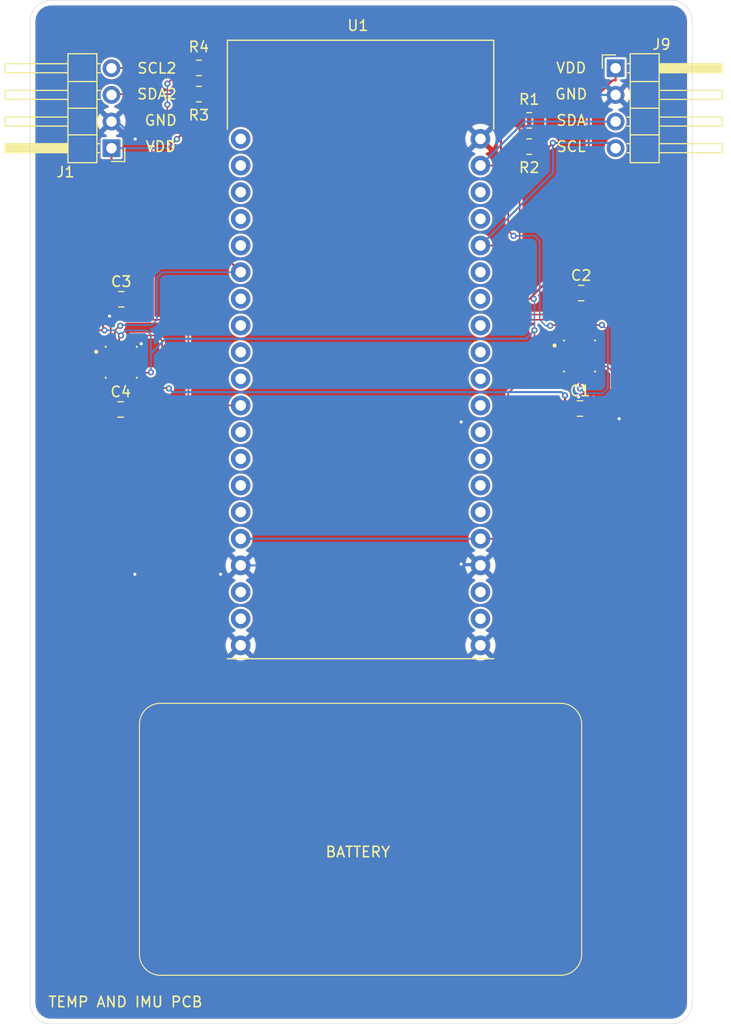
<source format=kicad_pcb>
(kicad_pcb (version 20241229) (generator "pcbnew") (generator_version "9.0")
  (layers (0 "F.Cu" signal) (2 "B.Cu" signal) (13 "F.Paste" user) (15 "B.Paste" user) (5 "F.SilkS" user "F.Silkscreen") (7 "B.SilkS" user "B.Silkscreen") (1 "F.Mask" user) (3 "B.Mask" user) (25 "Edge.Cuts" user))
  (net 0 "")
  (net 1 "SCL")
  (net 2 "GND")
  (net 3 "VDDIO")
  (net 4 "Net-(U6-REGOUT)")
  (net 5 "SDA2")
  (net 6 "SCL2")
  (net 7 "Net-(U2-REGOUT)")
  (net 14 "SDA")
  (net 18 "VBAT")
  (net 19 "VBAT_1")
  (net 23 "VUSB")
  (net 28 "VUSB_1")
  (footprint "Resistor_SMD:R_0805_2012Metric" (layer "F.Cu") (at 128 57.5 180)
    (property "Reference" "R4" (at 0 2 0) (layer "F.SilkS"))
    (property "Value" "4.7 K")
    (fp_line (start -0.227064 0.735) (end 0.227064 0.735) (stroke (width 0.12)) (layer "F.SilkS"))
    (fp_line (start -0.227064 -0.735) (end 0.227064 -0.735) (stroke (width 0.12)) (layer "F.SilkS"))
    (pad "1" smd roundrect (at -0.9125 0 180) (size 1.025 1.4) (layers "F.Cu" "F.Mask" "F.Paste") (roundrect_rratio 0.243902) (net 3 "VDDIO"))
    (pad "2" smd roundrect (at 0.9125 0 180) (size 1.025 1.4) (layers "F.Cu" "F.Mask" "F.Paste") (roundrect_rratio 0.243902) (net 6 "SCL2"))
  )
  (footprint "Capacitor_SMD:C_0805_2012Metric" (layer "F.Cu") (at 120.6 79.545)
    (property "Reference" "C3" (at 0 -1.68 0) (layer "F.SilkS"))
    (property "Value" "0.1 uF")
    (fp_line (start -0.261252 -0.735) (end 0.261252 -0.735) (stroke (width 0.12)) (layer "F.SilkS"))
    (fp_line (start -0.261252 0.735) (end 0.261252 0.735) (stroke (width 0.12)) (layer "F.SilkS"))
    (pad "1" smd roundrect (at -0.95 0) (size 1 1.45) (layers "F.Cu" "F.Mask" "F.Paste") (net 3 "VDDIO"))
    (pad "2" smd roundrect (at 0.95 0) (size 1 1.45) (layers "F.Cu" "F.Mask" "F.Paste") (net 2 "GND"))
  )
  (footprint "DEV-13907-3:MODULE_DEV-13907" (layer "F.Cu") (at 143.418 84.329)
    (property "Reference" "U1" (at -0.254 -30.861 0) (layer "F.SilkS"))
    (property "Value" "DEV-13907")
    (fp_line (start -12.7 -29.464) (end 12.7 -29.464) (stroke (width 0.127)) (layer "F.SilkS"))
    (fp_line (start -12.7 -20.986) (end -12.7 -29.464) (stroke (width 0.127)) (layer "F.SilkS"))
    (fp_line (start -12.7 29.464) (end 12.7 29.464) (stroke (width 0.127)) (layer "F.SilkS"))
    (fp_line (start 12.7 -29.464) (end 12.7 -20.986) (stroke (width 0.127)) (layer "F.SilkS"))
    (pad "J1_1" thru_hole circle (at -11.43 28.194) (size 1.8796 1.8796) (drill 1.016) (layers "*.Cu" "*.Mask") (net 2 "GND"))
    (pad "J1_2" thru_hole circle (at -11.43 25.654) (size 1.8796 1.8796) (drill 1.016) (layers "*.Cu" "*.Mask") (net 28 "VUSB_1"))
    (pad "J1_3" thru_hole circle (at -11.43 23.114) (size 1.8796 1.8796) (drill 1.016) (layers "*.Cu" "*.Mask") (net 18 "VBAT"))
    (pad "J1_4" thru_hole circle (at -11.43 20.574) (size 1.8796 1.8796) (drill 1.016) (layers "*.Cu" "*.Mask") (net 2 "GND"))
    (pad "J1_5" thru_hole circle (at -11.43 18.034) (size 1.8796 1.8796) (drill 1.016) (layers "*.Cu" "*.Mask") (net 3 "VDDIO"))
    (pad "J1_6" thru_hole circle (at -11.43 15.494) (size 1.8796 1.8796) (drill 1.016) (layers "*.Cu" "*.Mask"))
    (pad "J1_7" thru_hole circle (at -11.43 12.954) (size 1.8796 1.8796) (drill 1.016) (layers "*.Cu" "*.Mask"))
    (pad "J1_8" thru_hole circle (at -11.43 10.414) (size 1.8796 1.8796) (drill 1.016) (layers "*.Cu" "*.Mask"))
    (pad "J1_9" thru_hole circle (at -11.43 7.874) (size 1.8796 1.8796) (drill 1.016) (layers "*.Cu" "*.Mask"))
    (pad "J1_10" thru_hole circle (at -11.43 5.334) (size 1.8796 1.8796) (drill 1.016) (layers "*.Cu" "*.Mask") (net 5 "SDA2"))
    (pad "J1_11" thru_hole circle (at -11.43 2.794) (size 1.8796 1.8796) (drill 1.016) (layers "*.Cu" "*.Mask"))
    (pad "J1_12" thru_hole circle (at -11.43 0.254) (size 1.8796 1.8796) (drill 1.016) (layers "*.Cu" "*.Mask"))
    (pad "J1_13" thru_hole circle (at -11.43 -2.286) (size 1.8796 1.8796) (drill 1.016) (layers "*.Cu" "*.Mask"))
    (pad "J1_14" thru_hole circle (at -11.43 -4.826) (size 1.8796 1.8796) (drill 1.016) (layers "*.Cu" "*.Mask"))
    (pad "J1_15" thru_hole circle (at -11.43 -7.366) (size 1.8796 1.8796) (drill 1.016) (layers "*.Cu" "*.Mask") (net 6 "SCL2"))
    (pad "J1_16" thru_hole circle (at -11.43 -9.906) (size 1.8796 1.8796) (drill 1.016) (layers "*.Cu" "*.Mask"))
    (pad "J1_17" thru_hole circle (at -11.43 -12.446) (size 1.8796 1.8796) (drill 1.016) (layers "*.Cu" "*.Mask"))
    (pad "J1_18" thru_hole circle (at -11.43 -14.986) (size 1.8796 1.8796) (drill 1.016) (layers "*.Cu" "*.Mask"))
    (pad "J1_19" thru_hole circle (at -11.43 -17.526) (size 1.8796 1.8796) (drill 1.016) (layers "*.Cu" "*.Mask"))
    (pad "J1_20" thru_hole circle (at -11.43 -20.066) (size 1.8796 1.8796) (drill 1.016) (layers "*.Cu" "*.Mask"))
    (pad "J2_1" thru_hole circle (at 11.43 28.194) (size 1.8796 1.8796) (drill 1.016) (layers "*.Cu" "*.Mask") (net 2 "GND"))
    (pad "J2_2" thru_hole circle (at 11.43 25.654) (size 1.8796 1.8796) (drill 1.016) (layers "*.Cu" "*.Mask") (net 23 "VUSB"))
    (pad "J2_3" thru_hole circle (at 11.43 23.114) (size 1.8796 1.8796) (drill 1.016) (layers "*.Cu" "*.Mask") (net 19 "VBAT_1"))
    (pad "J2_4" thru_hole circle (at 11.43 20.574) (size 1.8796 1.8796) (drill 1.016) (layers "*.Cu" "*.Mask") (net 2 "GND"))
    (pad "J2_5" thru_hole circle (at 11.43 18.034) (size 1.8796 1.8796) (drill 1.016) (layers "*.Cu" "*.Mask") (net 3 "VDDIO"))
    (pad "J2_6" thru_hole circle (at 11.43 15.494) (size 1.8796 1.8796) (drill 1.016) (layers "*.Cu" "*.Mask"))
    (pad "J2_7" thru_hole circle (at 11.43 12.954) (size 1.8796 1.8796) (drill 1.016) (layers "*.Cu" "*.Mask"))
    (pad "J2_8" thru_hole circle (at 11.43 10.414) (size 1.8796 1.8796) (drill 1.016) (layers "*.Cu" "*.Mask"))
    (pad "J2_9" thru_hole circle (at 11.43 7.874) (size 1.8796 1.8796) (drill 1.016) (layers "*.Cu" "*.Mask"))
    (pad "J2_10" thru_hole circle (at 11.43 5.334) (size 1.8796 1.8796) (drill 1.016) (layers "*.Cu" "*.Mask"))
    (pad "J2_11" thru_hole circle (at 11.43 2.794) (size 1.8796 1.8796) (drill 1.016) (layers "*.Cu" "*.Mask"))
    (pad "J2_12" thru_hole circle (at 11.43 0.254) (size 1.8796 1.8796) (drill 1.016) (layers "*.Cu" "*.Mask"))
    (pad "J2_13" thru_hole circle (at 11.43 -2.286) (size 1.8796 1.8796) (drill 1.016) (layers "*.Cu" "*.Mask"))
    (pad "J2_14" thru_hole circle (at 11.43 -4.826) (size 1.8796 1.8796) (drill 1.016) (layers "*.Cu" "*.Mask"))
    (pad "J2_15" thru_hole circle (at 11.43 -7.366) (size 1.8796 1.8796) (drill 1.016) (layers "*.Cu" "*.Mask"))
    (pad "J2_16" thru_hole circle (at 11.43 -9.906) (size 1.8796 1.8796) (drill 1.016) (layers "*.Cu" "*.Mask") (net 1 "SCL"))
    (pad "J2_17" thru_hole circle (at 11.43 -12.446) (size 1.8796 1.8796) (drill 1.016) (layers "*.Cu" "*.Mask"))
    (pad "J2_18" thru_hole circle (at 11.43 -14.986) (size 1.8796 1.8796) (drill 1.016) (layers "*.Cu" "*.Mask"))
    (pad "J2_19" thru_hole circle (at 11.43 -17.526) (size 1.8796 1.8796) (drill 1.016) (layers "*.Cu" "*.Mask") (net 14 "SDA"))
    (pad "J2_20" thru_hole circle (at 11.43 -20.066) (size 1.8796 1.8796) (drill 1.016) (layers "*.Cu" "*.Mask") (net 2 "GND"))
  )
  (footprint "Resistor_SMD:R_0805_2012Metric" (layer "F.Cu") (at 159.5 62.5)
    (property "Reference" "R2" (at 0 4.5 0) (layer "F.SilkS"))
    (property "Value" "4.7 K")
    (fp_line (start -0.227064 -0.735) (end 0.227064 -0.735) (stroke (width 0.12)) (layer "F.SilkS"))
    (fp_line (start -0.227064 0.735) (end 0.227064 0.735) (stroke (width 0.12)) (layer "F.SilkS"))
    (pad "1" smd roundrect (at -0.9125 0) (size 1.025 1.4) (layers "F.Cu" "F.Mask" "F.Paste") (roundrect_rratio 0.243902) (net 3 "VDDIO"))
    (pad "2" smd roundrect (at 0.9125 0) (size 1.025 1.4) (layers "F.Cu" "F.Mask" "F.Paste") (roundrect_rratio 0.243902) (net 14 "SDA"))
  )
  (footprint "MPU-6500:MPU6500" (layer "F.Cu") (at 120.6 85.545)
    (property "Reference" "U6" (hide yes))
    (property "Value" "MPU-6500")
    (fp_line (start -1.5 -1.5) (end -1.5 -1.43) (stroke (width 0.127)) (layer "F.SilkS"))
    (fp_line (start -1.5 -1.5) (end -1.43 -1.5) (stroke (width 0.127)) (layer "F.SilkS"))
    (fp_line (start -1.5 1.5) (end -1.5 1.43) (stroke (width 0.127)) (layer "F.SilkS"))
    (fp_line (start -1.5 1.5) (end -1.43 1.5) (stroke (width 0.127)) (layer "F.SilkS"))
    (fp_line (start 1.5 -1.5) (end 1.43 -1.5) (stroke (width 0.127)) (layer "F.SilkS"))
    (fp_line (start 1.5 -1.5) (end 1.5 -1.43) (stroke (width 0.127)) (layer "F.SilkS"))
    (fp_line (start 1.5 1.5) (end 1.43 1.5) (stroke (width 0.127)) (layer "F.SilkS"))
    (fp_line (start 1.5 1.5) (end 1.5 1.43) (stroke (width 0.127)) (layer "F.SilkS"))
    (fp_circle (center -2.385 -1) (end -2.285 -1) (stroke (width 0.2)) (fill no) (layer "F.SilkS"))
    (pad "1" smd roundrect (at -1.545 -1) (size 0.64 0.22) (layers "F.Cu" "F.Mask" "F.Paste") (roundrect_rratio 0.125))
    (pad "2" smd roundrect (at -1.545 -0.6) (size 0.64 0.22) (layers "F.Cu" "F.Mask" "F.Paste") (roundrect_rratio 0.125))
    (pad "3" smd roundrect (at -1.545 -0.2) (size 0.64 0.22) (layers "F.Cu" "F.Mask" "F.Paste") (roundrect_rratio 0.125))
    (pad "4" smd roundrect (at -1.545 0.2) (size 0.64 0.22) (layers "F.Cu" "F.Mask" "F.Paste") (roundrect_rratio 0.125))
    (pad "5" smd roundrect (at -1.545 0.6) (size 0.64 0.22) (layers "F.Cu" "F.Mask" "F.Paste") (roundrect_rratio 0.125))
    (pad "6" smd roundrect (at -1.545 1) (size 0.64 0.22) (layers "F.Cu" "F.Mask" "F.Paste") (roundrect_rratio 0.125))
    (pad "7" smd roundrect (at -1 1.545) (size 0.22 0.64) (layers "F.Cu" "F.Mask" "F.Paste") (roundrect_rratio 0.125))
    (pad "8" smd roundrect (at -0.6 1.545) (size 0.22 0.64) (layers "F.Cu" "F.Mask" "F.Paste") (roundrect_rratio 0.125) (net 3 "VDDIO"))
    (pad "9" smd roundrect (at -0.2 1.545) (size 0.22 0.64) (layers "F.Cu" "F.Mask" "F.Paste") (roundrect_rratio 0.125) (net 2 "GND"))
    (pad "10" smd roundrect (at 0.2 1.545) (size 0.22 0.64) (layers "F.Cu" "F.Mask" "F.Paste") (roundrect_rratio 0.125) (net 4 "Net-(U6-REGOUT)"))
    (pad "11" smd roundrect (at 0.6 1.545) (size 0.22 0.64) (layers "F.Cu" "F.Mask" "F.Paste") (roundrect_rratio 0.125) (net 2 "GND"))
    (pad "12" smd roundrect (at 1 1.545) (size 0.22 0.64) (layers "F.Cu" "F.Mask" "F.Paste") (roundrect_rratio 0.125))
    (pad "13" smd roundrect (at 1.545 1) (size 0.64 0.22) (layers "F.Cu" "F.Mask" "F.Paste") (roundrect_rratio 0.125) (net 3 "VDDIO"))
    (pad "14" smd roundrect (at 1.545 0.6) (size 0.64 0.22) (layers "F.Cu" "F.Mask" "F.Paste") (roundrect_rratio 0.125))
    (pad "15" smd roundrect (at 1.545 0.2) (size 0.64 0.22) (layers "F.Cu" "F.Mask" "F.Paste") (roundrect_rratio 0.125))
    (pad "16" smd roundrect (at 1.545 -0.2) (size 0.64 0.22) (layers "F.Cu" "F.Mask" "F.Paste") (roundrect_rratio 0.125))
    (pad "17" smd roundrect (at 1.545 -0.6) (size 0.64 0.22) (layers "F.Cu" "F.Mask" "F.Paste") (roundrect_rratio 0.125))
    (pad "18" smd roundrect (at 1.545 -1) (size 0.64 0.22) (layers "F.Cu" "F.Mask" "F.Paste") (roundrect_rratio 0.125) (net 2 "GND"))
    (pad "19" smd roundrect (at 1 -1.545) (size 0.22 0.64) (layers "F.Cu" "F.Mask" "F.Paste") (roundrect_rratio 0.125))
    (pad "20" smd roundrect (at 0.6 -1.545) (size 0.22 0.64) (layers "F.Cu" "F.Mask" "F.Paste") (roundrect_rratio 0.125) (net 4 "Net-(U6-REGOUT)"))
    (pad "21" smd roundrect (at 0.2 -1.545) (size 0.22 0.64) (layers "F.Cu" "F.Mask" "F.Paste") (roundrect_rratio 0.125))
    (pad "22" smd roundrect (at -0.2 -1.545) (size 0.22 0.64) (layers "F.Cu" "F.Mask" "F.Paste") (roundrect_rratio 0.125) (net 3 "VDDIO"))
    (pad "23" smd roundrect (at -0.6 -1.545) (size 0.22 0.64) (layers "F.Cu" "F.Mask" "F.Paste") (roundrect_rratio 0.125) (net 6 "SCL2"))
    (pad "24" smd roundrect (at -1 -1.545) (size 0.22 0.64) (layers "F.Cu" "F.Mask" "F.Paste") (roundrect_rratio 0.125) (net 5 "SDA2"))
    (pad "25" smd rect (at 0 0) (size 1.54 1.7) (layers "F.Cu" "F.Mask") (net 2 "GND"))
  )
  (footprint "MPU-6500:MPU6500" (layer "F.Cu") (at 164.3 84.955)
    (property "Reference" "U2" (hide yes))
    (property "Value" "MPU-6500")
    (fp_line (start -1.5 -1.5) (end -1.5 -1.43) (stroke (width 0.127)) (layer "F.SilkS"))
    (fp_line (start -1.5 -1.5) (end -1.43 -1.5) (stroke (width 0.127)) (layer "F.SilkS"))
    (fp_line (start -1.5 1.5) (end -1.5 1.43) (stroke (width 0.127)) (layer "F.SilkS"))
    (fp_line (start -1.5 1.5) (end -1.43 1.5) (stroke (width 0.127)) (layer "F.SilkS"))
    (fp_line (start 1.5 -1.5) (end 1.43 -1.5) (stroke (width 0.127)) (layer "F.SilkS"))
    (fp_line (start 1.5 -1.5) (end 1.5 -1.43) (stroke (width 0.127)) (layer "F.SilkS"))
    (fp_line (start 1.5 1.5) (end 1.43 1.5) (stroke (width 0.127)) (layer "F.SilkS"))
    (fp_line (start 1.5 1.5) (end 1.5 1.43) (stroke (width 0.127)) (layer "F.SilkS"))
    (fp_circle (center -2.385 -1) (end -2.285 -1) (stroke (width 0.2)) (fill no) (layer "F.SilkS"))
    (pad "1" smd roundrect (at -1.545 -1) (size 0.64 0.22) (layers "F.Cu" "F.Mask" "F.Paste") (roundrect_rratio 0.125))
    (pad "2" smd roundrect (at -1.545 -0.6) (size 0.64 0.22) (layers "F.Cu" "F.Mask" "F.Paste") (roundrect_rratio 0.125))
    (pad "3" smd roundrect (at -1.545 -0.2) (size 0.64 0.22) (layers "F.Cu" "F.Mask" "F.Paste") (roundrect_rratio 0.125))
    (pad "4" smd roundrect (at -1.545 0.2) (size 0.64 0.22) (layers "F.Cu" "F.Mask" "F.Paste") (roundrect_rratio 0.125))
    (pad "5" smd roundrect (at -1.545 0.6) (size 0.64 0.22) (layers "F.Cu" "F.Mask" "F.Paste") (roundrect_rratio 0.125))
    (pad "6" smd roundrect (at -1.545 1) (size 0.64 0.22) (layers "F.Cu" "F.Mask" "F.Paste") (roundrect_rratio 0.125))
    (pad "7" smd roundrect (at -1 1.545) (size 0.22 0.64) (layers "F.Cu" "F.Mask" "F.Paste") (roundrect_rratio 0.125))
    (pad "8" smd roundrect (at -0.6 1.545) (size 0.22 0.64) (layers "F.Cu" "F.Mask" "F.Paste") (roundrect_rratio 0.125) (net 3 "VDDIO"))
    (pad "9" smd roundrect (at -0.2 1.545) (size 0.22 0.64) (layers "F.Cu" "F.Mask" "F.Paste") (roundrect_rratio 0.125) (net 3 "VDDIO"))
    (pad "10" smd roundrect (at 0.2 1.545) (size 0.22 0.64) (layers "F.Cu" "F.Mask" "F.Paste") (roundrect_rratio 0.125) (net 7 "Net-(U2-REGOUT)"))
    (pad "11" smd roundrect (at 0.6 1.545) (size 0.22 0.64) (layers "F.Cu" "F.Mask" "F.Paste") (roundrect_rratio 0.125) (net 2 "GND"))
    (pad "12" smd roundrect (at 1 1.545) (size 0.22 0.64) (layers "F.Cu" "F.Mask" "F.Paste") (roundrect_rratio 0.125))
    (pad "13" smd roundrect (at 1.545 1) (size 0.64 0.22) (layers "F.Cu" "F.Mask" "F.Paste") (roundrect_rratio 0.125) (net 3 "VDDIO"))
    (pad "14" smd roundrect (at 1.545 0.6) (size 0.64 0.22) (layers "F.Cu" "F.Mask" "F.Paste") (roundrect_rratio 0.125))
    (pad "15" smd roundrect (at 1.545 0.2) (size 0.64 0.22) (layers "F.Cu" "F.Mask" "F.Paste") (roundrect_rratio 0.125))
    (pad "16" smd roundrect (at 1.545 -0.2) (size 0.64 0.22) (layers "F.Cu" "F.Mask" "F.Paste") (roundrect_rratio 0.125))
    (pad "17" smd roundrect (at 1.545 -0.6) (size 0.64 0.22) (layers "F.Cu" "F.Mask" "F.Paste") (roundrect_rratio 0.125))
    (pad "18" smd roundrect (at 1.545 -1) (size 0.64 0.22) (layers "F.Cu" "F.Mask" "F.Paste") (roundrect_rratio 0.125) (net 2 "GND"))
    (pad "19" smd roundrect (at 1 -1.545) (size 0.22 0.64) (layers "F.Cu" "F.Mask" "F.Paste") (roundrect_rratio 0.125))
    (pad "20" smd roundrect (at 0.6 -1.545) (size 0.22 0.64) (layers "F.Cu" "F.Mask" "F.Paste") (roundrect_rratio 0.125) (net 7 "Net-(U2-REGOUT)"))
    (pad "21" smd roundrect (at 0.2 -1.545) (size 0.22 0.64) (layers "F.Cu" "F.Mask" "F.Paste") (roundrect_rratio 0.125))
    (pad "22" smd roundrect (at -0.2 -1.545) (size 0.22 0.64) (layers "F.Cu" "F.Mask" "F.Paste") (roundrect_rratio 0.125) (net 3 "VDDIO"))
    (pad "23" smd roundrect (at -0.6 -1.545) (size 0.22 0.64) (layers "F.Cu" "F.Mask" "F.Paste") (roundrect_rratio 0.125) (net 1 "SCL"))
    (pad "24" smd roundrect (at -1 -1.545) (size 0.22 0.64) (layers "F.Cu" "F.Mask" "F.Paste") (roundrect_rratio 0.125) (net 14 "SDA"))
    (pad "25" smd rect (at 0 0) (size 1.54 1.7) (layers "F.Cu" "F.Mask") (net 2 "GND"))
  )
  (footprint "Capacitor_SMD:C_0805_2012Metric" (layer "F.Cu") (at 120.55 90.045)
    (property "Reference" "C4" (at 0 -1.68 0) (layer "F.SilkS"))
    (property "Value" "0.1 uF")
    (fp_line (start -0.261252 -0.735) (end 0.261252 -0.735) (stroke (width 0.12)) (layer "F.SilkS"))
    (fp_line (start -0.261252 0.735) (end 0.261252 0.735) (stroke (width 0.12)) (layer "F.SilkS"))
    (pad "1" smd roundrect (at -0.95 0) (size 1 1.45) (layers "F.Cu" "F.Mask" "F.Paste") (net 3 "VDDIO"))
    (pad "2" smd roundrect (at 0.95 0) (size 1 1.45) (layers "F.Cu" "F.Mask" "F.Paste") (net 2 "GND"))
  )
  (footprint "Capacitor_SMD:C_0805_2012Metric" (layer "F.Cu") (at 164.345 89.955)
    (property "Reference" "C1" (at 0 -1.68 0) (layer "F.SilkS"))
    (property "Value" "0.1 uF")
    (fp_line (start -0.261252 -0.735) (end 0.261252 -0.735) (stroke (width 0.12)) (layer "F.SilkS"))
    (fp_line (start -0.261252 0.735) (end 0.261252 0.735) (stroke (width 0.12)) (layer "F.SilkS"))
    (pad "1" smd roundrect (at -0.95 0) (size 1 1.45) (layers "F.Cu" "F.Mask" "F.Paste") (net 4 "Net-(U6-REGOUT)"))
    (pad "2" smd roundrect (at 0.95 0) (size 1 1.45) (layers "F.Cu" "F.Mask" "F.Paste") (net 2 "GND"))
  )
  (footprint "Resistor_SMD:R_0805_2012Metric" (layer "F.Cu") (at 128 60 180)
    (property "Reference" "R3" (at 0 -2 0) (layer "F.SilkS"))
    (property "Value" "4.7 K")
    (fp_line (start -0.227064 0.735) (end 0.227064 0.735) (stroke (width 0.12)) (layer "F.SilkS"))
    (fp_line (start -0.227064 -0.735) (end 0.227064 -0.735) (stroke (width 0.12)) (layer "F.SilkS"))
    (pad "1" smd roundrect (at -0.9125 0 180) (size 1.025 1.4) (layers "F.Cu" "F.Mask" "F.Paste") (roundrect_rratio 0.243902) (net 3 "VDDIO"))
    (pad "2" smd roundrect (at 0.9125 0 180) (size 1.025 1.4) (layers "F.Cu" "F.Mask" "F.Paste") (roundrect_rratio 0.243902) (net 5 "SDA2"))
  )
  (footprint "Resistor_SMD:R_0805_2012Metric" (layer "F.Cu") (at 159.5 65)
    (property "Reference" "R1" (at 0 -4.5 0) (layer "F.SilkS"))
    (property "Value" "4.7 K")
    (fp_line (start -0.227064 -0.735) (end 0.227064 -0.735) (stroke (width 0.12)) (layer "F.SilkS"))
    (fp_line (start -0.227064 0.735) (end 0.227064 0.735) (stroke (width 0.12)) (layer "F.SilkS"))
    (pad "1" smd roundrect (at -0.9125 0) (size 1.025 1.4) (layers "F.Cu" "F.Mask" "F.Paste") (roundrect_rratio 0.243902) (net 3 "VDDIO"))
    (pad "2" smd roundrect (at 0.9125 0) (size 1.025 1.4) (layers "F.Cu" "F.Mask" "F.Paste") (roundrect_rratio 0.243902) (net 1 "SCL"))
  )
  (footprint "Capacitor_SMD:C_0805_2012Metric" (layer "F.Cu") (at 164.45 78.955)
    (property "Reference" "C2" (at 0 -1.68 0) (layer "F.SilkS"))
    (property "Value" "0.1 uF")
    (fp_line (start -0.261252 -0.735) (end 0.261252 -0.735) (stroke (width 0.12)) (layer "F.SilkS"))
    (fp_line (start -0.261252 0.735) (end 0.261252 0.735) (stroke (width 0.12)) (layer "F.SilkS"))
    (pad "1" smd roundrect (at -0.95 0) (size 1 1.45) (layers "F.Cu" "F.Mask" "F.Paste") (net 7 "Net-(U2-REGOUT)"))
    (pad "2" smd roundrect (at 0.95 0) (size 1 1.45) (layers "F.Cu" "F.Mask" "F.Paste") (net 2 "GND"))
  )
  (footprint "Connector_PinHeader_2.54mm:PinHeader_1x04_P2.54mm_Horizontal" (layer "F.Cu") (at 167.735 57.532)
    (property "Reference" "J9" (at 4.385 -2.27 0) (layer "F.SilkS"))
    (property "Value" "Conn_01x04_Pin")
    (fp_line (start -1.27 -1.27) (end 0 -1.27) (stroke (width 0.12)) (layer "F.SilkS"))
    (fp_line (start -1.27 0) (end -1.27 -1.27) (stroke (width 0.12)) (layer "F.SilkS"))
    (fp_line (start 1.077358 2.11) (end 1.39 2.11) (stroke (width 0.12)) (layer "F.SilkS"))
    (fp_line (start 1.077358 2.97) (end 1.39 2.97) (stroke (width 0.12)) (layer "F.SilkS"))
    (fp_line (start 1.077358 4.65) (end 1.39 4.65) (stroke (width 0.12)) (layer "F.SilkS"))
    (fp_line (start 1.077358 5.51) (end 1.39 5.51) (stroke (width 0.12)) (layer "F.SilkS"))
    (fp_line (start 1.077358 7.19) (end 1.39 7.19) (stroke (width 0.12)) (layer "F.SilkS"))
    (fp_line (start 1.077358 8.05) (end 1.39 8.05) (stroke (width 0.12)) (layer "F.SilkS"))
    (fp_line (start 1.16 -0.43) (end 1.39 -0.43) (stroke (width 0.12)) (layer "F.SilkS"))
    (fp_line (start 1.16 0.43) (end 1.39 0.43) (stroke (width 0.12)) (layer "F.SilkS"))
    (fp_line (start 1.39 -1.38) (end 1.39 9) (stroke (width 0.12)) (layer "F.SilkS"))
    (fp_line (start 1.39 1.27) (end 4.15 1.27) (stroke (width 0.12)) (layer "F.SilkS"))
    (fp_line (start 1.39 3.81) (end 4.15 3.81) (stroke (width 0.12)) (layer "F.SilkS"))
    (fp_line (start 1.39 6.35) (end 4.15 6.35) (stroke (width 0.12)) (layer "F.SilkS"))
    (fp_line (start 1.39 9) (end 4.15 9) (stroke (width 0.12)) (layer "F.SilkS"))
    (fp_line (start 4.15 -1.38) (end 1.39 -1.38) (stroke (width 0.12)) (layer "F.SilkS"))
    (fp_line (start 4.15 2.11) (end 10.15 2.11) (stroke (width 0.12)) (layer "F.SilkS"))
    (fp_line (start 4.15 4.65) (end 10.15 4.65) (stroke (width 0.12)) (layer "F.SilkS"))
    (fp_line (start 4.15 7.19) (end 10.15 7.19) (stroke (width 0.12)) (layer "F.SilkS"))
    (fp_line (start 4.15 9) (end 4.15 -1.38) (stroke (width 0.12)) (layer "F.SilkS"))
    (fp_line (start 10.15 2.11) (end 10.15 2.97) (stroke (width 0.12)) (layer "F.SilkS"))
    (fp_line (start 10.15 2.97) (end 4.15 2.97) (stroke (width 0.12)) (layer "F.SilkS"))
    (fp_line (start 10.15 4.65) (end 10.15 5.51) (stroke (width 0.12)) (layer "F.SilkS"))
    (fp_line (start 10.15 5.51) (end 4.15 5.51) (stroke (width 0.12)) (layer "F.SilkS"))
    (fp_line (start 10.15 7.19) (end 10.15 8.05) (stroke (width 0.12)) (layer "F.SilkS"))
    (fp_line (start 10.15 8.05) (end 4.15 8.05) (stroke (width 0.12)) (layer "F.SilkS"))
    (fp_rect (start 4.15 -0.43) (end 10.15 0.43) (stroke (width 0.12)) (fill yes) (layer "F.SilkS"))
    (pad "1" thru_hole rect (at 0 0) (size 1.7 1.7) (drill 1) (layers "*.Cu" "*.Mask") (net 3 "VDDIO"))
    (pad "2" thru_hole circle (at 0 2.54) (size 1.7 1.7) (drill 1) (layers "*.Cu" "*.Mask") (net 2 "GND"))
    (pad "3" thru_hole circle (at 0 5.08) (size 1.7 1.7) (drill 1) (layers "*.Cu" "*.Mask") (net 14 "SDA"))
    (pad "4" thru_hole circle (at 0 7.62) (size 1.7 1.7) (drill 1) (layers "*.Cu" "*.Mask") (net 1 "SCL"))
  )
  (footprint "Connector_PinHeader_2.54mm:PinHeader_1x04_P2.54mm_Horizontal" (layer "F.Cu") (at 119.669 65.152 180)
    (property "Reference" "J1" (at 4.385 -2.27 0) (layer "F.SilkS"))
    (property "Value" "Conn_01x04_Pin")
    (fp_line (start 10.15 8.05) (end 4.15 8.05) (stroke (width 0.12)) (layer "F.SilkS"))
    (fp_line (start 10.15 7.19) (end 10.15 8.05) (stroke (width 0.12)) (layer "F.SilkS"))
    (fp_line (start 10.15 5.51) (end 4.15 5.51) (stroke (width 0.12)) (layer "F.SilkS"))
    (fp_line (start 10.15 4.65) (end 10.15 5.51) (stroke (width 0.12)) (layer "F.SilkS"))
    (fp_line (start 10.15 2.97) (end 4.15 2.97) (stroke (width 0.12)) (layer "F.SilkS"))
    (fp_line (start 10.15 2.11) (end 10.15 2.97) (stroke (width 0.12)) (layer "F.SilkS"))
    (fp_line (start 4.15 9) (end 4.15 -1.38) (stroke (width 0.12)) (layer "F.SilkS"))
    (fp_line (start 4.15 7.19) (end 10.15 7.19) (stroke (width 0.12)) (layer "F.SilkS"))
    (fp_line (start 4.15 4.65) (end 10.15 4.65) (stroke (width 0.12)) (layer "F.SilkS"))
    (fp_line (start 4.15 2.11) (end 10.15 2.11) (stroke (width 0.12)) (layer "F.SilkS"))
    (fp_line (start 4.15 -1.38) (end 1.39 -1.38) (stroke (width 0.12)) (layer "F.SilkS"))
    (fp_line (start 1.39 9) (end 4.15 9) (stroke (width 0.12)) (layer "F.SilkS"))
    (fp_line (start 1.39 6.35) (end 4.15 6.35) (stroke (width 0.12)) (layer "F.SilkS"))
    (fp_line (start 1.39 3.81) (end 4.15 3.81) (stroke (width 0.12)) (layer "F.SilkS"))
    (fp_line (start 1.39 1.27) (end 4.15 1.27) (stroke (width 0.12)) (layer "F.SilkS"))
    (fp_line (start 1.39 -1.38) (end 1.39 9) (stroke (width 0.12)) (layer "F.SilkS"))
    (fp_line (start 1.16 0.43) (end 1.39 0.43) (stroke (width 0.12)) (layer "F.SilkS"))
    (fp_line (start 1.16 -0.43) (end 1.39 -0.43) (stroke (width 0.12)) (layer "F.SilkS"))
    (fp_line (start 1.077358 8.05) (end 1.39 8.05) (stroke (width 0.12)) (layer "F.SilkS"))
    (fp_line (start 1.077358 7.19) (end 1.39 7.19) (stroke (width 0.12)) (layer "F.SilkS"))
    (fp_line (start 1.077358 5.51) (end 1.39 5.51) (stroke (width 0.12)) (layer "F.SilkS"))
    (fp_line (start 1.077358 4.65) (end 1.39 4.65) (stroke (width 0.12)) (layer "F.SilkS"))
    (fp_line (start 1.077358 2.97) (end 1.39 2.97) (stroke (width 0.12)) (layer "F.SilkS"))
    (fp_line (start 1.077358 2.11) (end 1.39 2.11) (stroke (width 0.12)) (layer "F.SilkS"))
    (fp_line (start -1.27 0) (end -1.27 -1.27) (stroke (width 0.12)) (layer "F.SilkS"))
    (fp_line (start -1.27 -1.27) (end 0 -1.27) (stroke (width 0.12)) (layer "F.SilkS"))
    (fp_rect (start 4.15 -0.43) (end 10.15 0.43) (stroke (width 0.12)) (fill yes) (layer "F.SilkS"))
    (pad "1" thru_hole rect (at 0 0 180) (size 1.7 1.7) (drill 1) (layers "*.Cu" "*.Mask") (net 3 "VDDIO"))
    (pad "2" thru_hole circle (at 0 2.54 180) (size 1.7 1.7) (drill 1) (layers "*.Cu" "*.Mask") (net 2 "GND"))
    (pad "3" thru_hole circle (at 0 5.08 180) (size 1.7 1.7) (drill 1) (layers "*.Cu" "*.Mask") (net 5 "SDA2"))
    (pad "4" thru_hole circle (at 0 7.62 180) (size 1.7 1.7) (drill 1) (layers "*.Cu" "*.Mask") (net 6 "SCL2"))
  )
  (gr_arc (start 164.5 141.954) (mid 163.914214 143.368214) (end 162.5 143.954) (stroke (width 0.1)) (layer "F.SilkS"))
  (gr_line (start 164.5 120.046) (end 164.5 141.954) (stroke (width 0.1)) (layer "F.SilkS"))
  (gr_line (start 124.336 118.046) (end 162.5 118.046) (stroke (width 0.1)) (layer "F.SilkS"))
  (gr_arc (start 124.336 143.954) (mid 122.921786 143.368214) (end 122.336 141.954) (stroke (width 0.1)) (layer "F.SilkS"))
  (gr_arc (start 122.336 120.046) (mid 122.921786 118.631786) (end 124.336 118.046) (stroke (width 0.1)) (layer "F.SilkS"))
  (gr_line (start 162.5 143.954) (end 124.336 143.954) (stroke (width 0.1)) (layer "F.SilkS"))
  (gr_arc (start 162.5 118.046) (mid 163.914214 118.631786) (end 164.5 120.046) (stroke (width 0.1)) (layer "F.SilkS"))
  (gr_line (start 122.336 141.954) (end 122.336 120.046) (stroke (width 0.1)) (layer "F.SilkS"))
  (gr_arc (start 113.922 148.591) (mid 112.507786 148.005214) (end 111.922 146.591) (stroke (width 0.05)) (layer "Edge.Cuts"))
  (gr_arc (start 175.041 146.591) (mid 174.455214 148.005214) (end 173.041 148.591) (stroke (width 0.05)) (layer "Edge.Cuts"))
  (gr_arc (start 111.922 53.055) (mid 112.507786 51.640786) (end 113.922 51.055) (stroke (width 0.05)) (layer "Edge.Cuts"))
  (gr_line (start 111.922 146.591) (end 111.922 53.055) (stroke (width 0.05)) (layer "Edge.Cuts"))
  (gr_line (start 113.922 51.055) (end 173.041 51.055) (stroke (width 0.05)) (layer "Edge.Cuts"))
  (gr_line (start 175.041 53.055) (end 175.041 146.591) (stroke (width 0.05)) (layer "Edge.Cuts"))
  (gr_arc (start 173.041 51.055) (mid 174.455214 51.640786) (end 175.041 53.055) (stroke (width 0.05)) (layer "Edge.Cuts"))
  (gr_line (start 173.041 148.591) (end 113.922 148.591) (stroke (width 0.05)) (layer "Edge.Cuts"))
  (gr_text "VDD" (at 124.368 65 0) (layer "F.SilkS") (effects (font (size 1 1))))
  (gr_text "TEMP AND IMU PCB" (at 121 146.5 0) (layer "F.SilkS") (effects (font (size 1 1))))
  (gr_text "VDD" (at 163.5 57.5 0) (layer "F.SilkS") (effects (font (size 1 1))))
  (gr_text "SCL2" (at 124 57.532 0) (layer "F.SilkS") (effects (font (size 1 1))))
  (gr_text "BATTERY" (at 143.164 132.208 0) (layer "F.SilkS") (effects (font (size 1 1))))
  (gr_text "GND" (at 163.5 60 0) (layer "F.SilkS") (effects (font (size 1 1))))
  (gr_text "SDA" (at 163.5 62.5 0) (layer "F.SilkS") (effects (font (size 1 1))))
  (gr_text "GND" (at 124.368 62.5 0) (layer "F.SilkS") (effects (font (size 1 1))))
  (gr_text "SDA2" (at 124 60 0) (layer "F.SilkS") (effects (font (size 1 1))))
  (gr_text "SCL" (at 163.5 65 0) (layer "F.SilkS") (effects (font (size 1 1))))
  (segment (start 158 75) (end 157.423 74.423) (width 0.15) (layer "F.Cu") (net 1))
  (segment (start 163.5 81.4964) (end 158.496 81.4964) (width 0.15) (layer "F.Cu") (net 1))
  (segment (start 161.4101 65) (end 161.7617 64.6484) (width 0.2) (layer "F.Cu") (net 1))
  (segment (start 158 81) (end 158 75) (width 0.15) (layer "F.Cu") (net 1))
  (segment (start 163.7 81.6964) (end 163.5 81.4964) (width 0.15) (layer "F.Cu") (net 1))
  (segment (start 163.7 83.41) (end 163.7 81.6964) (width 0.15) (layer "F.Cu") (net 1))
  (segment (start 160.4125 65) (end 161.4101 65) (width 0.2) (layer "F.Cu") (net 1))
  (segment (start 158.496 81.4964) (end 158 81) (width 0.15) (layer "F.Cu") (net 1))
  (segment (start 157.423 74.423) (end 154.848 74.423) (width 0.15) (layer "F.Cu") (net 1))
  (via (at 161.7617 64.6484) (size 0.6) (drill 0.3) (layers "F.Cu" "B.Cu") (net 1))
  (segment (start 167.2314 64.6484) (end 167.735 65.152) (width 0.2) (layer "B.Cu") (net 1))
  (segment (start 161.7617 67.5093) (end 154.848 74.423) (width 0.2) (layer "B.Cu") (net 1))
  (segment (start 161.7617 64.6484) (end 161.7617 67.5093) (width 0.2) (layer "B.Cu") (net 1))
  (segment (start 161.7617 64.6484) (end 167.2314 64.6484) (width 0.2) (layer "B.Cu") (net 1))
  (segment (start 121 88.5) (end 121.5 89) (width 0.15) (layer "F.Cu") (net 2))
  (segment (start 122.5055 83.7823) (end 122.6328 83.9096) (width 0.2) (layer "F.Cu") (net 2))
  (segment (start 122 88.5) (end 123.5 88.5) (width 0.15) (layer "F.Cu") (net 2))
  (segment (start 166.455 61.352) (end 166.455 78.955) (width 0.2) (layer "F.Cu") (net 2))
  (segment (start 122.6328 83.9096) (end 122.5055 83.7823) (width 0.2) (layer "F.Cu") (net 2))
  (segment (start 164.9 87.6975) (end 164.9 87.9) (width 0.15) (layer "F.Cu") (net 2))
  (segment (start 120.5129 80.5821) (end 120.0508 80.5821) (width 0.2) (layer "F.Cu") (net 2))
  (segment (start 164.9 87.9) (end 164.9437 87.9437) (width 0.15) (layer "F.Cu") (net 2))
  (segment (start 123.5 88.5) (end 124 88) (width 0.15) (layer "F.Cu") (net 2))
  (segment (start 122.845 84.1218) (end 122.5055 83.7823) (width 0.2) (layer "F.Cu") (net 2))
  (segment (start 164.4487 88.8509) (end 164.2023 88.8509) (width 0.2) (layer "F.Cu") (net 2))
  (segment (start 120.5 88.5) (end 121 88.5) (width 0.15) (layer "F.Cu") (net 2))
  (segment (start 123.545 84.545) (end 122.845 84.545) (width 0.15) (layer "F.Cu") (net 2))
  (segment (start 121.2 87.09) (end 121.2 86.145) (width 0.15) (layer "F.Cu") (net 2))
  (segment (start 165.295 88.295) (end 165.295 89.955) (width 0.15) (layer "F.Cu") (net 2))
  (segment (start 121.2 86.145) (end 120.6 85.545) (width 0.15) (layer "F.Cu") (net 2))
  (segment (start 120.6 85.545) (end 120.4 85.745) (width 0.15) (layer "F.Cu") (net 2))
  (segment (start 122.845 84.545) (end 122.845 84.1218) (width 0.2) (layer "F.Cu") (net 2))
  (segment (start 166.545 83.955) (end 167 83.5) (width 0.15) (layer "F.Cu") (net 2))
  (segment (start 154.848 112.523) (end 153.0125 110.6875) (width 0.2) (layer "F.Cu") (net 2))
  (segment (start 121.2 87.09) (end 121.2 87.7) (width 0.15) (layer "F.Cu") (net 2))
  (segment (start 164.9 85.555) (end 164.9 86.5) (width 0.15) (layer "F.Cu") (net 2))
  (segment (start 168.4805 90.523517) (end 168.4805 84.9805) (width 0.2) (layer "F.Cu") (net 2))
  (segment (start 121.5 90.045) (end 121.5 105.3506) (width 0.2) (layer "F.Cu") (net 2))
  (segment (start 167.735 60.072) (end 166.455 61.352) (width 0.2) (layer "F.Cu") (net 2))
  (segment (start 120.0508 80.5821) (end 119.4845 81.1484) (width 0.2) (layer "F.Cu") (net 2))
  (segment (start 120.4 87.09) (end 120.4 88.4) (width 0.15) (layer "F.Cu") (net 2))
  (segment (start 164.9437 87.9437) (end 164.9437 88.3559) (width 0.2) (layer "F.Cu") (net 2))
  (segment (start 165.845 83.955) (end 166.545 83.955) (width 0.15) (layer "F.Cu") (net 2))
  (segment (start 124 85) (end 123.545 84.545) (width 0.15) (layer "F.Cu") (net 2))
  (segment (start 153.0125 110.6875) (end 153.0125 104.7788) (width 0.2) (layer "F.Cu") (net 2))
  (segment (start 168.075 90.929017) (end 168.4805 90.523517) (width 0.2) (layer "F.Cu") (net 2))
  (segment (start 167 79.5) (end 166.455 78.955) (width 0.15) (layer "F.Cu") (net 2))
  (segment (start 121.9269 79.1681) (end 121.55 79.545) (width 0.2) (layer "F.Cu") (net 2))
  (segment (start 164.9437 88.3559) (end 164.4487 88.8509) (width 0.2) (layer "F.Cu") (net 2))
  (segment (start 121.5 105.3506) (end 121.8957 105.7463) (width 0.2) (layer "F.Cu") (net 2))
  (segment (start 122.845 84.545) (end 122.145 84.545) (width 0.15) (layer "F.Cu") (net 2))
  (segment (start 121.9269 64.2825) (end 121.9269 79.1681) (width 0.2) (layer "F.Cu") (net 2))
  (segment (start 121.55 79.545) (end 120.5129 80.5821) (width 0.2) (layer "F.Cu") (net 2))
  (segment (start 124 88) (end 124 85) (width 0.15) (layer "F.Cu") (net 2))
  (segment (start 166.455 78.955) (end 165.4 78.955) (width 0.15) (layer "F.Cu") (net 2))
  (segment (start 121.2 87.7) (end 122 88.5) (width 0.15) (layer "F.Cu") (net 2))
  (segment (start 167 83.5) (end 167 79.5) (width 0.15) (layer "F.Cu") (net 2))
  (segment (start 120.4 88.4) (end 120.5 88.5) (width 0.15) (layer "F.Cu") (net 2))
  (segment (start 164.9 86.5) (end 164.9 87.6975) (width 0.15) (layer "F.Cu") (net 2))
  (segment (start 130.0697 110.6047) (end 130.0697 105.7463) (width 0.2) (layer "F.Cu") (net 2))
  (segment (start 168.4805 84.9805) (end 167 83.5) (width 0.2) (layer "F.Cu") (net 2))
  (segment (start 164.9437 87.9437) (end 165.295 88.295) (width 0.15) (layer "F.Cu") (net 2))
  (segment (start 120.4 85.745) (end 120.4 87.09) (width 0.15) (layer "F.Cu") (net 2))
  (segment (start 164.3 84.955) (end 164.9 85.555) (width 0.15) (layer "F.Cu") (net 2))
  (segment (start 131.988 112.523) (end 130.0697 110.6047) (width 0.2) (layer "F.Cu") (net 2))
  (segment (start 153.0125 104.7788) (end 153.0125 91.2354) (width 0.2) (layer "F.Cu") (net 2))
  (segment (start 121.5 89) (end 121.5 90.045) (width 0.15) (layer "F.Cu") (net 2))
  (via (at 121.8957 105.7463) (size 0.6) (drill 0.3) (layers "F.Cu" "B.Cu") (net 2))
  (via (at 130.0697 105.7463) (size 0.6) (drill 0.3) (layers "F.Cu" "B.Cu") (net 2))
  (via (at 164.2023 88.8509) (size 0.6) (drill 0.3) (layers "F.Cu" "B.Cu") (net 2))
  (via (at 153.0125 91.2354) (size 0.6) (drill 0.3) (layers "F.Cu" "B.Cu") (net 2))
  (via (at 119.4845 81.1484) (size 0.6) (drill 0.3) (layers "F.Cu" "B.Cu") (net 2))
  (via (at 121.9269 64.2825) (size 0.6) (drill 0.3) (layers "F.Cu" "B.Cu") (net 2))
  (via (at 153.0125 104.7788) (size 0.6) (drill 0.3) (layers "F.Cu" "B.Cu") (net 2))
  (via (at 168.075 90.929017) (size 0.6) (drill 0.3) (layers "F.Cu" "B.Cu") (net 2))
  (via (at 122.5055 83.7823) (size 0.6) (drill 0.3) (layers "F.Cu" "B.Cu") (net 2))
  (segment (start 119.3616 83.7823) (end 122.5055 83.7823) (width 0.2) (layer "B.Cu") (net 2))
  (segment (start 163.9715 90.9331) (end 164.2023 90.7023) (width 0.2) (layer "B.Cu") (net 2))
  (segment (start 122.6328 83.9096) (end 122.5055 83.7823) (width 0.2) (layer "B.Cu") (net 2))
  (segment (start 118.3889 82.8096) (end 119.3616 83.7823) (width 0.2) (layer "B.Cu") (net 2))
  (segment (start 122.5055 83.7823) (end 122.6328 83.9096) (width 0.2) (layer "B.Cu") (net 2))
  (segment (start 119.4845 81.1484) (end 118.3889 82.244) (width 0.2) (layer "B.Cu") (net 2))
  (segment (start 118.3889 82.244) (end 118.3889 82.8096) (width 0.2) (layer "B.Cu") (net 2))
  (segment (start 121.8957 105.7463) (end 130.0697 105.7463) (width 0.2) (layer "B.Cu") (net 2))
  (segment (start 121.9269 64.2825) (end 120.2564 62.612) (width 0.2) (layer "B.Cu") (net 2))
  (segment (start 164.2023 90.7023) (end 164.2023 88.8509) (width 0.2) (layer "B.Cu") (net 2))
  (segment (start 159.039 60.072) (end 167.735 60.072) (width 0.2) (layer "B.Cu") (net 2))
  (segment (start 164.4378 90.9378) (end 164.2023 90.7023) (width 0.2) (layer "B.Cu") (net 2))
  (segment (start 131.1447 105.7463) (end 131.988 104.903) (width 0.2) (layer "B.Cu") (net 2))
  (segment (start 130.0697 105.7463) (end 131.1447 105.7463) (width 0.2) (layer "B.Cu") (net 2))
  (segment (start 153.0125 104.7788) (end 154.7238 104.7788) (width 0.2) (layer "B.Cu") (net 2))
  (segment (start 168.075 90.929017) (end 168.066217 90.9378) (width 0.2) (layer "B.Cu") (net 2))
  (segment (start 154.848 64.263) (end 159.039 60.072) (width 0.2) (layer "B.Cu") (net 2))
  (segment (start 153.0125 91.2354) (end 153.3148 90.9331) (width 0.2) (layer "B.Cu") (net 2))
  (segment (start 168.066217 90.9378) (end 164.4378 90.9378) (width 0.2) (layer "B.Cu") (net 2))
  (segment (start 154.7238 104.7788) (end 154.848 104.903) (width 0.2) (layer "B.Cu") (net 2))
  (segment (start 120.2564 62.612) (end 119.669 62.612) (width 0.2) (layer "B.Cu") (net 2))
  (segment (start 153.3148 90.9331) (end 163.9715 90.9331) (width 0.2) (layer "B.Cu") (net 2))
  (segment (start 154.848 104.903) (end 131.988 104.903) (width 0.2) (layer "B.Cu") (net 2))
  (segment (start 158.588 79) (end 158.588 65) (width 0.15) (layer "F.Cu") (net 3))
  (segment (start 158.5875 65) (end 158.588 65) (width 0.2) (layer "F.Cu") (net 3))
  (segment (start 118 89.5) (end 118.545 90.045) (width 0.15) (layer "F.Cu") (net 3))
  (segment (start 167.4471 58.6837) (end 167.735 58.6837) (width 0.2) (layer "F.Cu") (net 3))
  (segment (start 119 82.5) (end 118 82.5) (width 0.15) (layer "F.Cu") (net 3))
  (segment (start 158.588 63.75) (end 158.588 62.5) (width 0.15) (layer "F.Cu") (net 3))
  (segment (start 120.4 83.1) (end 120.4 84) (width 0.15) (layer "F.Cu") (net 3))
  (segment (start 164.1 83.41) (end 164.1 81.6) (width 0.15) (layer "F.Cu") (net 3))
  (segment (start 159.5359 81) (end 158.838 81) (width 0.15) (layer "F.Cu") (net 3))
  (segment (start 118.8828 82.3828) (end 119 82.5) (width 0.2) (layer "F.Cu") (net 3))
  (segment (start 157.5 88.5) (end 157.5 91) (width 0.15) (layer "F.Cu") (net 3))
  (segment (start 163.5 81) (end 159.5359 81) (width 0.15) (layer "F.Cu") (net 3))
  (segment (start 165.845 85.955) (end 166.955 85.955) (width 0.15) (layer "F.Cu") (net 3))
  (segment (start 159.5 88) (end 160 87.5) (width 0.15) (layer "F.Cu") (net 3))
  (segment (start 118.545 90.045) (end 119.6 90.045) (width 0.15) (layer "F.Cu") (net 3))
  (segment (start 165.1775 60.9533) (end 167.4471 58.6837) (width 0.2) (layer "F.Cu") (net 3))
  (segment (start 117.5 83) (end 117.5 88.5) (width 0.15) (layer "F.Cu") (net 3))
  (segment (start 159.5359 79.5) (end 159.088 79.5) (width 0.15) (layer "F.Cu") (net 3))
  (segment (start 159.5359 79.5) (end 165.1775 73.8584) (width 0.2) (layer "F.Cu") (net 3))
  (segment (start 163 88) (end 159.5 88) (width 0.15) (layer "F.Cu") (net 3))
  (segment (start 119.65 66.3227) (end 119.65 79.545) (width 0.2) (layer "F.Cu") (net 3))
  (segment (start 117.5 88.5) (end 118 89) (width 0.15) (layer "F.Cu") (net 3))
  (segment (start 157.5 101.5) (end 156.637 102.363) (width 0.15) (layer "F.Cu") (net 3))
  (segment (start 159.088 79.5) (end 158.588 79) (width 0.15) (layer "F.Cu") (net 3))
  (segment (start 167.5 91) (end 167 91.5) (width 0.15) (layer "F.Cu") (net 3))
  (segment (start 163.7 86.5) (end 163.7 87.3) (width 0.15) (layer "F.Cu") (net 3))
  (segment (start 128.9125 60) (end 128.9125 61.2765) (width 0.15) (layer "F.Cu") (net 3))
  (segment (start 159.5 88) (end 158 88) (width 0.15) (layer "F.Cu") (net 3))
  (segment (start 123.5 86.5) (end 123.425 86.5) (width 0.15) (layer "F.Cu") (net 3))
  (segment (start 158.588 63.75) (end 158.5875 63.7495) (width 0.2) (layer "F.Cu") (net 3))
  (segment (start 164.1 81.6) (end 163.5 81) (width 0.15) (layer "F.Cu") (net 3))
  (segment (start 118.8828 80.3122) (end 118.8828 82.3828) (width 0.2) (layer "F.Cu") (net 3))
  (segment (start 167.735 57.532) (end 167.735 58.6837) (width 0.2) (layer "F.Cu") (net 3))
  (segment (start 163.7 87.3) (end 163 88) (width 0.15) (layer "F.Cu") (net 3))
  (segment (start 123.455 86.545) (end 123.5 86.5) (width 0.15) (layer "F.Cu") (net 3))
  (segment (start 163.7 86.5) (end 164.1 86.5) (width 0.15) (layer "F.Cu") (net 3))
  (segment (start 159.925 79.5) (end 159.5359 79.5) (width 0.15) (layer "F.Cu") (net 3))
  (segment (start 165.1775 73.8584) (end 165.1775 60.9533) (width 0.2) (layer "F.Cu") (net 3))
  (segment (start 158 88) (end 157.5 88.5) (width 0.15) (layer "F.Cu") (net 3))
  (segment (start 120.5 83) (end 120.4 83.1) (width 0.15) (layer "F.Cu") (net 3))
  (segment (start 119.65 79.545) (end 118.8828 80.3122) (width 0.2) (layer "F.Cu") (net 3))
  (segment (start 167 91.5) (end 158 91.5) (width 0.15) (layer "F.Cu") (net 3))
  (segment (start 118.5 88.5) (end 118 89) (width 0.15) (layer "F.Cu") (net 3))
  (segment (start 128.9125 57.5) (end 128.9125 60) (width 0.15) (layer "F.Cu") (net 3))
  (segment (start 120 88) (end 119.5 88.5) (width 0.15) (layer "F.Cu") (net 3))
  (segment (start 118 82.5) (end 117.5 83) (width 0.15) (layer "F.Cu") (net 3))
  (segment (start 128.9125 61.2765) (end 126.4125 63.7765) (width 0.15) (layer "F.Cu") (net 3))
  (segment (start 166.955 85.955) (end 167.5 86.5) (width 0.15) (layer "F.Cu") (net 3))
  (segment (start 122.145 86.545) (end 123.455 86.545) (width 0.15) (layer "F.Cu") (net 3))
  (segment (start 156.637 102.363) (end 154.848 102.363) (width 0.15) (layer "F.Cu") (net 3))
  (segment (start 119.669 66.3037) (end 119.65 66.3227) (width 0.2) (layer "F.Cu") (net 3))
  (segment (start 119.669 65.152) (end 119.669 66.3037) (width 0.2) (layer "F.Cu") (net 3))
  (segment (start 158.5875 63.7495) (end 158.5875 62.5) (width 0.2) (layer "F.Cu") (net 3))
  (segment (start 120.575 83) (end 120.5 83) (width 0.15) (layer "F.Cu") (net 3))
  (segment (start 158 91.5) (end 157.5 91) (width 0.15) (layer "F.Cu") (net 3))
  (segment (start 158.838 81) (end 158.588 80.75) (width 0.15) (layer "F.Cu") (net 3))
  (segment (start 158.588 80.75) (end 158.588 79) (width 0.15) (layer "F.Cu") (net 3))
  (segment (start 158.588 65) (end 158.588 63.75) (width 0.15) (layer "F.Cu") (net 3))
  (segment (start 157.5 91) (end 157.5 101.5) (width 0.15) (layer "F.Cu") (net 3))
  (segment (start 167.5 86.5) (end 167.5 91) (width 0.15) (layer "F.Cu") (net 3))
  (segment (start 119.5 88.5) (end 118.5 88.5) (width 0.15) (layer "F.Cu") (net 3))
  (segment (start 118 89) (end 118 89.5) (width 0.15) (layer "F.Cu") (net 3))
  (segment (start 125.9065 64.2825) (end 126.4125 63.7765) (width 0.2) (layer "F.Cu") (net 3))
  (segment (start 120 87.09) (end 120 88) (width 0.15) (layer "F.Cu") (net 3))
  (segment (start 160 87.5) (end 160 82.5) (width 0.15) (layer "F.Cu") (net 3))
  (via (at 125.9065 64.2825) (size 0.6) (drill 0.3) (layers "F.Cu" "B.Cu") (net 3))
  (via (at 120.575 83) (size 0.6) (drill 0.3) (layers "F.Cu" "B.Cu") (net 3))
  (via (at 159.925 79.5) (size 0.6) (drill 0.3) (layers "F.Cu" "B.Cu") (net 3))
  (via (at 119 82.5) (size 0.6) (drill 0.3) (layers "F.Cu" "B.Cu") (net 3))
  (via (at 160 82.5) (size 0.6) (drill 0.3) (layers "F.Cu" "B.Cu") (net 3))
  (via (at 123.425 86.5) (size 0.6) (drill 0.3) (layers "F.Cu" "B.Cu") (net 3))
  (segment (start 121 82.5) (end 120.575 82.925) (width 0.15) (layer "B.Cu") (net 3))
  (segment (start 160 82.5) (end 160 80.5) (width 0.15) (layer "B.Cu") (net 3))
  (segment (start 123.425 82.925) (end 123 82.5) (width 0.15) (layer "B.Cu") (net 3))
  (segment (start 120.5 83) (end 120.575 83) (width 0.15) (layer "B.Cu") (net 3))
  (segment (start 123.425 84.7125) (end 123.425 82.925) (width 0.15) (layer "B.Cu") (net 3))
  (segment (start 160 80.5) (end 160 79.575) (width 0.15) (layer "B.Cu") (net 3))
  (segment (start 125.037 65.152) (end 125.9065 64.2825) (width 0.2) (layer "B.Cu") (net 3))
  (segment (start 159.187 83.313) (end 160 82.5) (width 0.2) (layer "B.Cu") (net 3))
  (segment (start 119 82.5) (end 120 82.5) (width 0.15) (layer "B.Cu") (net 3))
  (segment (start 123.425 84.7125) (end 124.8245 83.313) (width 0.2) (layer "B.Cu") (net 3))
  (segment (start 119.669 65.152) (end 125.037 65.152) (width 0.2) (layer "B.Cu") (net 3))
  (segment (start 160 79.575) (end 159.925 79.5) (width 0.15) (layer "B.Cu") (net 3))
  (segment (start 154.848 102.363) (end 131.988 102.363) (width 0.2) (layer "B.Cu") (net 3))
  (segment (start 120 82.5) (end 120.5 83) (width 0.15) (layer "B.Cu") (net 3))
  (segment (start 120.575 82.925) (end 120.575 83) (width 0.15) (layer "B.Cu") (net 3))
  (segment (start 123 82.5) (end 121 82.5) (width 0.15) (layer "B.Cu") (net 3))
  (segment (start 124.8245 83.313) (end 159.187 83.313) (width 0.2) (layer "B.Cu") (net 3))
  (segment (start 123.425 86.5) (end 123.425 84.7125) (width 0.15) (layer "B.Cu") (net 3))
  (segment (start 163.395 89.955) (end 162.9095 89.4695) (width 0.2) (layer "F.Cu") (net 4))
  (segment (start 124.5 88) (end 125.1034 88) (width 0.15) (layer "F.Cu") (net 4))
  (segment (start 162.9095 89.4695) (end 162.9095 88.7101) (width 0.2) (layer "F.Cu") (net 4))
  (segment (start 120.8 87.8) (end 122 89) (width 0.15) (layer "F.Cu") (net 4))
  (segment (start 124 83) (end 121.5 83) (width 0.15) (layer "F.Cu") (net 4))
  (segment (start 123.5 89) (end 124.5 88) (width 0.15) (layer "F.Cu") (net 4))
  (segment (start 125.1034 88) (end 125.144 88.0406) (width 0.15) (layer "F.Cu") (net 4))
  (segment (start 121.5 83) (end 121.2 83.3) (width 0.15) (layer "F.Cu") (net 4))
  (segment (start 124.5 88) (end 124.5 83.5) (width 0.15) (layer "F.Cu") (net 4))
  (segment (start 120.8 87.09) (end 120.8 87.8) (width 0.15) (layer "F.Cu") (net 4))
  (segment (start 124.5 83.5) (end 124 83) (width 0.15) (layer "F.Cu") (net 4))
  (segment (start 122 89) (end 123.5 89) (width 0.15) (layer "F.Cu") (net 4))
  (segment (start 121.2 83.3) (end 121.2 84) (width 0.15) (layer "F.Cu") (net 4))
  (via (at 162.9095 88.7101) (size 0.6) (drill 0.3) (layers "F.Cu" "B.Cu") (net 4))
  (via (at 125.144 88.0406) (size 0.6) (drill 0.3) (layers "F.Cu" "B.Cu") (net 4))
  (segment (start 162.5924 88.393) (end 125.4964 88.393) (width 0.2) (layer "B.Cu") (net 4))
  (segment (start 125.4964 88.393) (end 125.144 88.0406) (width 0.2) (layer "B.Cu") (net 4))
  (segment (start 162.9095 88.7101) (end 162.5924 88.393) (width 0.2) (layer "B.Cu") (net 4))
  (segment (start 123.5 81) (end 123 81.5) (width 0.15) (layer "F.Cu") (net 5))
  (segment (start 123.5 60.5) (end 123.5 81) (width 0.15) (layer "F.Cu") (net 5))
  (segment (start 127.0875 60) (end 123 60) (width 0.15) (layer "F.Cu") (net 5))
  (segment (start 119.6 81.9) (end 120 81.5) (width 0.15) (layer "F.Cu") (net 5))
  (segment (start 127.663 89.663) (end 131.988 89.663) (width 0.15) (layer "F.Cu") (net 5))
  (segment (start 119.6 84) (end 119.6 81.9) (width 0.15) (layer "F.Cu") (net 5))
  (segment (start 123 60) (end 119.741 60) (width 0.15) (layer "F.Cu") (net 5))
  (segment (start 126 81.5) (end 127 82.5) (width 0.15) (layer "F.Cu") (net 5))
  (segment (start 123.4708 81.5) (end 126 81.5) (width 0.15) (layer "F.Cu") (net 5))
  (segment (start 119.741 60) (end 119.669 60.072) (width 0.15) (layer "F.Cu") (net 5))
  (segment (start 127 89) (end 127.663 89.663) (width 0.15) (layer "F.Cu") (net 5))
  (segment (start 127 82.5) (end 127 89) (width 0.15) (layer "F.Cu") (net 5))
  (segment (start 123 60) (end 123.5 60.5) (width 0.15) (layer "F.Cu") (net 5))
  (segment (start 123 81.5) (end 123.4708 81.5) (width 0.15) (layer "F.Cu") (net 5))
  (segment (start 120 81.5) (end 123 81.5) (width 0.15) (layer "F.Cu") (net 5))
  (segment (start 119.701 57.5) (end 119.669 57.532) (width 0.15) (layer "F.Cu") (net 6))
  (segment (start 125.3048 64.1952) (end 125.3048 70.2798) (width 0.2) (layer "F.Cu") (net 6))
  (segment (start 120 82.5) (end 120 84) (width 0.15) (layer "F.Cu") (net 6))
  (segment (start 125.3048 70.2798) (end 131.988 76.963) (width 0.2) (layer "F.Cu") (net 6))
  (segment (start 125 61) (end 125 63.8904) (width 0.15) (layer "F.Cu") (net 6))
  (segment (start 126 57.5) (end 125.5 58) (width 0.15) (layer "F.Cu") (net 6))
  (segment (start 125.5 58.5) (end 125 59) (width 0.15) (layer "F.Cu") (net 6))
  (segment (start 127.0875 57.5) (end 126 57.5) (width 0.15) (layer "F.Cu") (net 6))
  (segment (start 125.5 58) (end 125.5 58.5) (width 0.15) (layer "F.Cu") (net 6))
  (segment (start 125 63.8904) (end 125.3048 64.1952) (width 0.15) (layer "F.Cu") (net 6))
  (segment (start 120.5 82.075) (end 120.425 82.075) (width 0.15) (layer "F.Cu") (net 6))
  (segment (start 120.425 82.075) (end 120 82.5) (width 0.15) (layer "F.Cu") (net 6))
  (segment (start 127.0875 57.5) (end 119.701 57.5) (width 0.15) (layer "F.Cu") (net 6))
  (via (at 120.5 82.075) (size 0.6) (drill 0.3) (layers "F.Cu" "B.Cu") (net 6))
  (via (at 125 61) (size 0.6) (drill 0.3) (layers "F.Cu" "B.Cu") (net 6))
  (via (at 125 59) (size 0.6) (drill 0.3) (layers "F.Cu" "B.Cu") (net 6))
  (segment (start 123.5 82) (end 124 81.5) (width 0.15) (layer "B.Cu") (net 6))
  (segment (start 124 81.5) (end 124 77.5) (width 0.15) (layer "B.Cu") (net 6))
  (segment (start 120.575 82) (end 123.5 82) (width 0.15) (layer "B.Cu") (net 6))
  (segment (start 125 59) (end 125 61) (width 0.15) (layer "B.Cu") (net 6))
  (segment (start 124.537 76.963) (end 131.988 76.963) (width 0.15) (layer "B.Cu") (net 6))
  (segment (start 120.5 82.075) (end 120.575 82) (width 0.15) (layer "B.Cu") (net 6))
  (segment (start 124 77.5) (end 124.537 76.963) (width 0.15) (layer "B.Cu") (net 6))
  (segment (start 163.5 80) (end 163.5 78.955) (width 0.15) (layer "F.Cu") (net 7))
  (segment (start 164.5 87.5) (end 164.332 87.6684) (width 0.15) (layer "F.Cu") (net 7))
  (segment (start 164.9 80.9) (end 164.5 80.5) (width 0.15) (layer "F.Cu") (net 7))
  (segment (start 165.4 82) (end 164.9 81.5) (width 0.15) (layer "F.Cu") (net 7))
  (segment (start 164.332 87.6684) (end 164.332 88.0289) (width 0.15) (layer "F.Cu") (net 7))
  (segment (start 164 80.5) (end 163.5 80) (width 0.15) (layer "F.Cu") (net 7))
  (segment (start 166.425 82) (end 165.4 82) (width 0.15) (layer "F.Cu") (net 7))
  (segment (start 164.5 80.5) (end 164 80.5) (width 0.15) (layer "F.Cu") (net 7))
  (segment (start 164.9 81.5) (end 164.9 80.9) (width 0.15) (layer "F.Cu") (net 7))
  (segment (start 164.9 83.41) (end 164.9 81.5) (width 0.15) (layer "F.Cu") (net 7))
  (segment (start 164.332 88.0289) (end 164.342 88.0395) (width 0.15) (layer "F.Cu") (net 7))
  (segment (start 164.5 86.5) (end 164.5 87.5) (width 0.15) (layer "F.Cu") (net 7))
  (via (at 166.425 82) (size 0.6) (drill 0.3) (layers "F.Cu" "B.Cu") (net 7))
  (via (at 164.342 88.0395) (size 0.6) (drill 0.3) (layers "F.Cu" "B.Cu") (net 7))
  (segment (start 167 88) (end 167 82.5) (width 0.15) (layer "B.Cu") (net 7))
  (segment (start 164.342 88.0395) (end 164.803 88.5) (width 0.15) (layer "B.Cu") (net 7))
  (segment (start 166.5 82) (end 166.425 82) (width 0.15) (layer "B.Cu") (net 7))
  (segment (start 167 82.5) (end 166.5 82) (width 0.15) (layer "B.Cu") (net 7))
  (segment (start 166.5 88.5) (end 167 88) (width 0.15) (layer "B.Cu") (net 7))
  (segment (start 164.803 88.5) (end 166.5 88.5) (width 0.15) (layer "B.Cu") (net 7))
  (segment (start 163 82) (end 161.5 82) (width 0.15) (layer "F.Cu") (net 14))
  (segment (start 156.803 62.726) (end 156.803 66.803) (width 0.2) (layer "F.Cu") (net 14))
  (segment (start 158.085 61.444) (end 156.803 62.726) (width 0.2) (layer "F.Cu") (net 14))
  (segment (start 157.5 67.5) (end 156.803 66.803) (width 0.15) (layer "F.Cu") (net 14))
  (segment (start 161.5 82) (end 161.5 82.0714) (width 0.15) (layer "F.Cu") (net 14))
  (segment (start 159.3565 61.444) (end 158.085 61.444) (width 0.2) (layer "F.Cu") (net 14))
  (segment (start 158 73.5) (end 157.5 73) (width 0.15) (layer "F.Cu") (net 14))
  (segment (start 156.803 66.803) (end 154.848 66.803) (width 0.15) (layer "F.Cu") (net 14))
  (segment (start 160.4125 62.5) (end 159.3565 61.444) (width 0.2) (layer "F.Cu") (net 14))
  (segment (start 163.3 82.3) (end 163 82) (width 0.15) (layer "F.Cu") (net 14))
  (segment (start 163.3 83.41) (end 163.3 82.3) (width 0.15) (layer "F.Cu") (net 14))
  (segment (start 157.5 73) (end 157.5 67.5) (width 0.15) (layer "F.Cu") (net 14))
  (via (at 161.5 82.0714) (size 0.6) (drill 0.3) (layers "F.Cu" "B.Cu") (net 14))
  (via (at 158 73.5) (size 0.6) (drill 0.3) (layers "F.Cu" "B.Cu") (net 14))
  (segment (start 160 73.5) (end 160.5 74) (width 0.15) (layer "B.Cu") (net 14))
  (segment (start 160.5 74) (end 160.5 81.5) (width 0.15) (layer "B.Cu") (net 14))
  (segment (start 160.5 81.5) (end 161.071 82.0714) (width 0.15) (layer "B.Cu") (net 14))
  (segment (start 154.848 66.803) (end 159.039 62.612) (width 0.2) (layer "B.Cu") (net 14))
  (segment (start 158 73.5) (end 160 73.5) (width 0.15) (layer "B.Cu") (net 14))
  (segment (start 161.071 82.0714) (end 161.5 82.0714) (width 0.15) (layer "B.Cu") (net 14))
  (segment (start 159.039 62.612) (end 167.735 62.612) (width 0.2) (layer "B.Cu") (net 14))
  (zone (net 2) (net_name "GND") (layers "F.Cu" "B.Cu") (connect_pads (clearance 0)) (min_thickness 0.25) (fill yes (thermal_gap 0.5) (thermal_bridge_width 0.5))
    (polygon (pts (xy 111.881 51.088106) (xy 175 51.088106) (xy 175 148.624106) (xy 111.881 148.624106)))
  )
)
</source>
